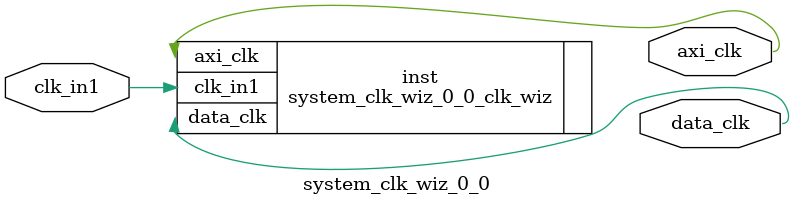
<source format=v>


`timescale 1ps/1ps

(* CORE_GENERATION_INFO = "system_clk_wiz_0_0,clk_wiz_v6_0_11_0_0,{component_name=system_clk_wiz_0_0,use_phase_alignment=true,use_min_o_jitter=false,use_max_i_jitter=false,use_dyn_phase_shift=false,use_inclk_switchover=false,use_dyn_reconfig=false,enable_axi=0,feedback_source=FDBK_AUTO,PRIMITIVE=MMCM,num_out_clk=2,clkin1_period=6.510,clkin2_period=10.0,use_power_down=false,use_reset=false,use_locked=false,use_inclk_stopped=false,feedback_type=SINGLE,CLOCK_MGR_TYPE=NA,manual_override=false}" *)

module system_clk_wiz_0_0 
 (
  // Clock out ports
  output        data_clk,
  output        axi_clk,
 // Clock in ports
  input         clk_in1
 );

  system_clk_wiz_0_0_clk_wiz inst
  (
  // Clock out ports  
  .data_clk(data_clk),
  .axi_clk(axi_clk),
 // Clock in ports
  .clk_in1(clk_in1)
  );

endmodule

</source>
